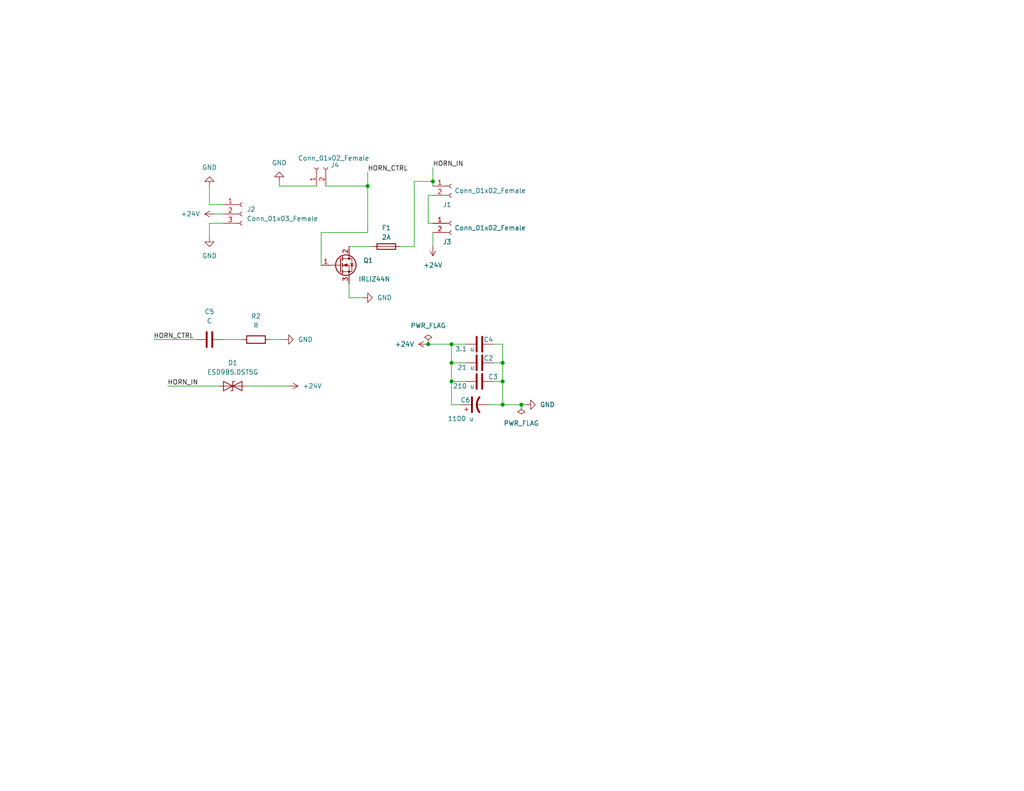
<source format=kicad_sch>
(kicad_sch (version 20230121) (generator eeschema)
  (paper "USLetter")
  (title_block (title "Template") (date "2023-09-26") (rev "0.0") (company "Illini Solar Car") (comment 1 "Designed By: Aryan ohri "))
  (lib_symbols
    (symbol "Connector:Conn_01x02_Female" (pin_names (offset 1.016) hide)
      (property "Reference" "J" (at 0 2.54 0))
      (property "Value" "Conn_01x02_Female" (at 0 -5.08 0))
      (symbol "Conn_01x02_Female_1_1"
        (arc (start 0 -2.032) (mid -0.5058 -2.54) (end 0 -3.048) (stroke (width 0.1524)))
        (polyline (pts (xy -1.27 -2.54) (xy -0.508 -2.54)) (stroke (width 0.1524)))
        (polyline (pts (xy -1.27 0) (xy -0.508 0)) (stroke (width 0.1524)))
        (arc (start 0 0.508) (mid -0.5058 0) (end 0 -0.508) (stroke (width 0.1524)))
        (pin passive line (at -5.08 0 0) (length 3.81) (name "Pin_1") (number "1"))
        (pin passive line (at -5.08 -2.54 0) (length 3.81) (name "Pin_2") (number "2"))
      )
    )
    (symbol "Connector:Conn_01x03_Female" (pin_names (offset 1.016) hide)
      (property "Reference" "J" (at 0 5.08 0))
      (property "Value" "Conn_01x03_Female" (at 0 -5.08 0))
      (symbol "Conn_01x03_Female_1_1"
        (arc (start 0 -2.032) (mid -0.5058 -2.54) (end 0 -3.048) (stroke (width 0.1524)))
        (polyline (pts (xy -1.27 -2.54) (xy -0.508 -2.54)) (stroke (width 0.1524)))
        (polyline (pts (xy -1.27 0) (xy -0.508 0)) (stroke (width 0.1524)))
        (polyline (pts (xy -1.27 2.54) (xy -0.508 2.54)) (stroke (width 0.1524)))
        (arc (start 0 0.508) (mid -0.5058 0) (end 0 -0.508) (stroke (width 0.1524)))
        (arc (start 0 3.048) (mid -0.5058 2.54) (end 0 2.032) (stroke (width 0.1524)))
        (pin passive line (at -5.08 2.54 0) (length 3.81) (name "Pin_1") (number "1"))
        (pin passive line (at -5.08 0 0) (length 3.81) (name "Pin_2") (number "2"))
        (pin passive line (at -5.08 -2.54 0) (length 3.81) (name "Pin_3") (number "3"))
      )
    )
    (symbol "Device:C" (pin_numbers hide) (pin_names (offset 0.254))
      (property "Reference" "C" (at 0.635 2.54 0))
      (property "Value" "C" (at 0.635 -2.54 0))
      (symbol "C_0_1"
        (polyline (pts (xy -2.032 -0.762) (xy 2.032 -0.762)) (stroke (width 0.508)))
        (polyline (pts (xy -2.032 0.762) (xy 2.032 0.762)) (stroke (width 0.508)))
      )
      (symbol "C_1_1"
        (pin passive line (at 0 3.81 270) (length 2.794) (name "~") (number "1"))
        (pin passive line (at 0 -3.81 90) (length 2.794) (name "~") (number "2"))
      )
    )
    (symbol "Diode:ESD9B5.0ST5G" (pin_numbers hide) (pin_names (offset 1.016) hide)
      (property "Reference" "D" (at 0 2.54 0))
      (property "Value" "ESD9B5.0ST5G" (at 0 -2.54 0))
      (symbol "ESD9B5.0ST5G_0_1"
        (polyline (pts (xy 1.27 0) (xy -1.27 0)))
        (polyline (pts (xy -2.54 -1.27) (xy 0 0) (xy -2.54 1.27) (xy -2.54 -1.27)) (stroke (width 0.2032)))
        (polyline (pts (xy 0.508 1.27) (xy 0 1.27) (xy 0 -1.27) (xy -0.508 -1.27)) (stroke (width 0.2032)))
        (polyline (pts (xy 2.54 1.27) (xy 2.54 -1.27) (xy 0 0) (xy 2.54 1.27)) (stroke (width 0.2032)))
      )
      (symbol "ESD9B5.0ST5G_1_1"
        (pin passive line (at -3.81 0 0) (length 2.54) (name "A1") (number "1"))
        (pin passive line (at 3.81 0 180) (length 2.54) (name "A2") (number "2"))
      )
    )
    (symbol "Transistor_FET:IRLIZ44N" (pin_names hide)
      (property "Reference" "Q" (at 6.35 1.905 0))
      (property "Value" "IRLIZ44N" (at 6.35 0 0))
      (symbol "IRLIZ44N_0_1"
        (polyline (pts (xy 0.254 0) (xy -2.54 0)))
        (polyline (pts (xy 0.254 1.905) (xy 0.254 -1.905)) (stroke (width 0.254)))
        (polyline (pts (xy 0.762 -1.27) (xy 0.762 -2.286)) (stroke (width 0.254)))
        (polyline (pts (xy 0.762 0.508) (xy 0.762 -0.508)) (stroke (width 0.254)))
        (polyline (pts (xy 0.762 2.286) (xy 0.762 1.27)) (stroke (width 0.254)))
        (polyline (pts (xy 2.54 2.54) (xy 2.54 1.778)))
        (polyline (pts (xy 2.54 -2.54) (xy 2.54 0) (xy 0.762 0)))
        (polyline (pts (xy 0.762 -1.778) (xy 3.302 -1.778) (xy 3.302 1.778) (xy 0.762 1.778)))
        (polyline (pts (xy 1.016 0) (xy 2.032 0.381) (xy 2.032 -0.381) (xy 1.016 0)) (fill (type outline)))
        (polyline (pts (xy 2.794 0.508) (xy 2.921 0.381) (xy 3.683 0.381) (xy 3.81 0.254)))
        (polyline (pts (xy 3.302 0.381) (xy 2.921 -0.254) (xy 3.683 -0.254) (xy 3.302 0.381)))
        (circle (center 1.651 0) (radius 2.794) (stroke (width 0.254)))
        (circle (center 2.54 -1.778) (radius 0.254) (fill (type outline)))
        (circle (center 2.54 1.778) (radius 0.254) (fill (type outline)))
      )
      (symbol "IRLIZ44N_1_1"
        (pin input line (at -5.08 0 0) (length 2.54) (name "G") (number "1"))
        (pin passive line (at 2.54 5.08 270) (length 2.54) (name "D") (number "2"))
        (pin passive line (at 2.54 -5.08 90) (length 2.54) (name "S") (number "3"))
      )
    )
    (symbol "device:C_Polarized_US" (pin_numbers hide) (pin_names (offset 0.254) hide)
      (property "Reference" "C" (at 0.635 2.54 0))
      (property "Value" "C_Polarized_US" (at 0.635 -2.54 0))
      (symbol "C_Polarized_US_0_1"
        (polyline (pts (xy -2.032 0.762) (xy 2.032 0.762)) (stroke (width 0.508)))
        (polyline (pts (xy -1.778 2.286) (xy -0.762 2.286)))
        (polyline (pts (xy -1.27 1.778) (xy -1.27 2.794)))
        (arc (start 2.032 -1.27) (mid 0 -0.5572) (end -2.032 -1.27) (stroke (width 0.508)))
      )
      (symbol "C_Polarized_US_1_1"
        (pin passive line (at 0 3.81 270) (length 2.794) (name "~") (number "1"))
        (pin passive line (at 0 -3.81 90) (length 3.302) (name "~") (number "2"))
      )
    )
    (symbol "device:Fuse" (pin_numbers hide) (pin_names (offset 0))
      (property "Reference" "F" (at 2.032 0 90))
      (property "Value" "Fuse" (at -1.905 0 90))
      (symbol "Fuse_0_1"
        (rectangle (start -0.762 -2.54) (end 0.762 2.54) (stroke (width 0.254)))
        (polyline (pts (xy 0 2.54) (xy 0 -2.54)))
      )
      (symbol "Fuse_1_1"
        (pin passive line (at 0 3.81 270) (length 1.27) (name "~") (number "1"))
        (pin passive line (at 0 -3.81 90) (length 1.27) (name "~") (number "2"))
      )
    )
    (symbol "device:R" (pin_numbers hide) (pin_names (offset 0))
      (property "Reference" "R" (at 2.032 0 90))
      (property "Value" "R" (at 0 0 90))
      (symbol "R_0_1"
        (rectangle (start -1.016 -2.54) (end 1.016 2.54) (stroke (width 0.254)))
      )
      (symbol "R_1_1"
        (pin passive line (at 0 3.81 270) (length 1.27) (name "~") (number "1"))
        (pin passive line (at 0 -3.81 90) (length 1.27) (name "~") (number "2"))
      )
    )
    (symbol "power:+24V" (power) (pin_names (offset 0))
      (property "Value" "+24V" (at 0 3.556 0))
      (symbol "+24V_0_1"
        (polyline (pts (xy -0.762 1.27) (xy 0 2.54)))
        (polyline (pts (xy 0 0) (xy 0 2.54)))
        (polyline (pts (xy 0 2.54) (xy 0.762 1.27)))
      )
      (symbol "+24V_1_1"
        (pin power_in line (at 0 0 90) (length 0) hide (name "+24V") (number "1"))
      )
    )
    (symbol "power:GND" (power) (pin_names (offset 0))
      (property "Value" "GND" (at 0 -3.81 0))
      (symbol "GND_0_1"
        (polyline (pts (xy 0 0) (xy 0 -1.27) (xy 1.27 -1.27) (xy 0 -2.54) (xy -1.27 -1.27) (xy 0 -1.27)))
      )
      (symbol "GND_1_1"
        (pin power_in line (at 0 0 270) (length 0) hide (name "GND") (number "1"))
      )
    )
    (symbol "power:PWR_FLAG" (power) (pin_numbers hide) (pin_names (offset 0) hide)
      (property "Value" "PWR_FLAG" (at 0 3.81 0))
      (symbol "PWR_FLAG_0_0"
        (pin power_out line (at 0 0 90) (length 0) (name "pwr") (number "1"))
      )
      (symbol "PWR_FLAG_0_1"
        (polyline (pts (xy 0 0) (xy 0 1.27) (xy -1.016 1.905) (xy 0 2.54) (xy 1.016 1.905) (xy 0 1.27)))
      )
    )
  )
  (junction (at 123.19 104.14))
  (junction (at 100.33 50.8))
  (junction (at 116.84 93.98))
  (junction (at 118.11 49.53))
  (junction (at 137.16 110.49))
  (junction (at 137.16 99.06))
  (junction (at 123.19 99.06))
  (junction (at 123.19 93.98))
  (junction (at 142.24 110.49))
  (junction (at 137.16 104.14))
  (wire (pts (xy 113.03 49.53) (xy 118.11 49.53)))
  (wire (pts (xy 123.19 104.14) (xy 123.19 110.49)))
  (wire (pts (xy 137.16 99.06) (xy 137.16 104.14)))
  (wire (pts (xy 133.35 110.49) (xy 137.16 110.49)))
  (wire (pts (xy 127 104.14) (xy 123.19 104.14)))
  (wire (pts (xy 125.73 110.49) (xy 123.19 110.49)))
  (wire (pts (xy 109.22 67.31) (xy 113.03 67.31)))
  (wire (pts (xy 73.66 92.71) (xy 77.47 92.71)))
  (wire (pts (xy 95.25 67.31) (xy 101.6 67.31)))
  (wire (pts (xy 134.62 93.98) (xy 137.16 93.98)))
  (wire (pts (xy 86.36 50.8) (xy 76.2 50.8)))
  (wire (pts (xy 95.25 81.28) (xy 99.06 81.28)))
  (wire (pts (xy 123.19 99.06) (xy 123.19 104.14)))
  (wire (pts (xy 134.62 104.14) (xy 137.16 104.14)))
  (wire (pts (xy 134.62 99.06) (xy 137.16 99.06)))
  (wire (pts (xy 95.25 77.47) (xy 95.25 81.28)))
  (wire (pts (xy 87.63 63.5) (xy 100.33 63.5)))
  (wire (pts (xy 137.16 93.98) (xy 137.16 99.06)))
  (wire (pts (xy 100.33 46.99) (xy 100.33 50.8)))
  (wire (pts (xy 100.33 50.8) (xy 100.33 63.5)))
  (wire (pts (xy 137.16 104.14) (xy 137.16 110.49)))
  (wire (pts (xy 118.11 53.34) (xy 116.84 53.34)))
  (wire (pts (xy 123.19 93.98) (xy 123.19 99.06)))
  (wire (pts (xy 57.15 55.88) (xy 57.15 50.8)))
  (wire (pts (xy 116.84 60.96) (xy 118.11 60.96)))
  (wire (pts (xy 41.91 92.71) (xy 53.34 92.71)))
  (wire (pts (xy 76.2 49.53) (xy 76.2 50.8)))
  (wire (pts (xy 113.03 67.31) (xy 113.03 49.53)))
  (wire (pts (xy 57.15 55.88) (xy 60.96 55.88)))
  (wire (pts (xy 87.63 63.5) (xy 87.63 72.39)))
  (wire (pts (xy 123.19 99.06) (xy 127 99.06)))
  (wire (pts (xy 57.15 60.96) (xy 57.15 64.77)))
  (wire (pts (xy 118.11 63.5) (xy 118.11 67.31)))
  (wire (pts (xy 58.42 58.42) (xy 60.96 58.42)))
  (wire (pts (xy 116.84 53.34) (xy 116.84 60.96)))
  (wire (pts (xy 118.11 49.53) (xy 118.11 50.8)))
  (wire (pts (xy 45.72 105.41) (xy 59.69 105.41)))
  (wire (pts (xy 116.84 93.98) (xy 123.19 93.98)))
  (wire (pts (xy 142.24 110.49) (xy 143.51 110.49)))
  (wire (pts (xy 57.15 60.96) (xy 60.96 60.96)))
  (wire (pts (xy 60.96 92.71) (xy 66.04 92.71)))
  (wire (pts (xy 137.16 110.49) (xy 142.24 110.49)))
  (wire (pts (xy 67.31 105.41) (xy 78.74 105.41)))
  (wire (pts (xy 88.9 50.8) (xy 100.33 50.8)))
  (wire (pts (xy 118.11 45.72) (xy 118.11 49.53)))
  (wire (pts (xy 127 93.98) (xy 123.19 93.98)))
  (label "HORN_IN" (at 45.72 105.41 0))
  (label "HORN_CTRL" (at 100.33 46.99 0))
  (label "HORN_CTRL" (at 41.91 92.71 0))
  (label "HORN_IN" (at 118.11 45.72 0))
  (symbol (lib_id "device:R") (at 69.85 92.71 90) (unit 1)
    (property "Reference" "R2" (at 69.85 86.36 90))
    (property "Value" "R" (at 69.85 88.9 90))
    (property "Footprint" "Resistor_SMD:R_1206_3216Metric" (effects hide))
  )
  (symbol (lib_id "power:GND") (at 99.06 81.28 90) (unit 1)
    (property "Reference" "#PWR05" (effects hide))
    (property "Value" "GND" (at 102.87 81.28 90) (effects (justify right)))
  )
  (symbol (lib_id "Connector:Conn_01x02_Female") (at 123.19 60.96 0) (unit 1)
    (property "Reference" "J3" (at 123.19 66.04 0) (effects (justify right)))
    (property "Value" "Conn_01x02_Female" (at 143.51 62.23 0) (effects (justify right)))
    (property "Footprint" "Connector_PinSocket_2.54mm:PinSocket_1x02_P2.54mm_Vertical" (effects hide))
  )
  (symbol (lib_id "device:Fuse") (at 105.41 67.31 90) (unit 1)
    (property "Reference" "F1" (at 105.41 62.23 90))
    (property "Value" "2A" (at 105.41 64.77 90))
    (property "Footprint" "Fuse:Fuse_1206_3216Metric" (effects hide))
  )
  (symbol (lib_id "power:PWR_FLAG") (at 142.24 110.49 180) (unit 1)
    (property "Reference" "#FLG01" (effects hide))
    (property "Value" "PWR_FLAG" (at 142.24 115.57 0))
  )
  (symbol (lib_id "Device:C") (at 130.81 104.14 90) (unit 1)
    (property "Reference" "C3" (at 135.89 102.87 90) (effects (justify left)))
    (property "Value" "210 u" (at 129.54 105.41 90) (effects (justify left)))
    (property "Footprint" "Capacitor_SMD:C_1206_3216Metric" (effects hide))
  )
  (symbol (lib_id "power:GND") (at 76.2 49.53 180) (unit 1)
    (property "Reference" "#PWR06" (effects hide))
    (property "Value" "GND" (at 76.2 44.45 0))
  )
  (symbol (lib_id "power:PWR_FLAG") (at 116.84 93.98 0) (unit 1)
    (property "Reference" "#FLG02" (effects hide))
    (property "Value" "PWR_FLAG" (at 116.84 88.9 0))
  )
  (symbol (lib_id "Connector:Conn_01x03_Female") (at 66.04 58.42 0) (unit 1)
    (property "Reference" "J2" (at 67.31 57.15 0) (effects (justify left)))
    (property "Value" "Conn_01x03_Female" (at 67.31 59.69 0) (effects (justify left)))
    (property "Footprint" "Connector_PinSocket_2.54mm:PinSocket_1x03_P2.54mm_Vertical" (effects hide))
  )
  (symbol (lib_id "power:GND") (at 57.15 64.77 0) (unit 1)
    (property "Reference" "#PWR02" (effects hide))
    (property "Value" "GND" (at 57.15 69.85 0))
  )
  (symbol (lib_id "power:GND") (at 77.47 92.71 90) (unit 1)
    (property "Reference" "#PWR09" (effects hide))
    (property "Value" "GND" (at 81.28 92.71 90) (effects (justify right)))
  )
  (symbol (lib_id "power:GND") (at 57.15 50.8 180) (unit 1)
    (property "Reference" "#PWR03" (effects hide))
    (property "Value" "GND" (at 57.15 45.72 0))
  )
  (symbol (lib_id "Device:C") (at 57.15 92.71 90) (unit 1)
    (property "Reference" "C5" (at 57.15 85.09 90))
    (property "Value" "C" (at 57.15 87.63 90))
    (property "Footprint" "Capacitor_SMD:C_1206_3216Metric" (effects hide))
  )
  (symbol (lib_id "power:GND") (at 143.51 110.49 90) (unit 1)
    (property "Reference" "#PWR08" (effects hide))
    (property "Value" "GND" (at 147.32 110.49 90) (effects (justify right)))
  )
  (symbol (lib_id "Connector:Conn_01x02_Female") (at 123.19 50.8 0) (unit 1)
    (property "Reference" "J1" (at 123.19 55.88 0) (effects (justify right)))
    (property "Value" "Conn_01x02_Female" (at 143.51 52.07 0) (effects (justify right)))
    (property "Footprint" "Connector_PinSocket_2.54mm:PinSocket_1x02_P2.54mm_Vertical" (effects hide))
  )
  (symbol (lib_id "power:+24V") (at 116.84 93.98 90) (unit 1)
    (property "Reference" "#PWR07" (effects hide))
    (property "Value" "+24V" (at 113.03 93.98 90) (effects (justify left)))
  )
  (symbol (lib_id "Diode:ESD9B5.0ST5G") (at 63.5 105.41 0) (unit 1)
    (property "Reference" "D1" (at 63.5 99.06 0))
    (property "Value" "ESD9B5.0ST5G" (at 63.5 101.6 0))
    (property "Footprint" "Diode_SMD:D_SOD-923" (effects hide))
    (property "Datasheet" "https://www.onsemi.com/pub/Collateral/ESD9B-D.PDF" (effects hide))
  )
  (symbol (lib_id "power:+24V") (at 78.74 105.41 270) (unit 1)
    (property "Reference" "#PWR010" (effects hide))
    (property "Value" "+24V" (at 82.55 105.41 90) (effects (justify left)))
  )
  (symbol (lib_id "power:+24V") (at 58.42 58.42 90) (unit 1)
    (property "Reference" "#PWR01" (effects hide))
    (property "Value" "+24V" (at 54.61 58.42 90) (effects (justify left)))
  )
  (symbol (lib_id "Device:C") (at 130.81 99.06 90) (unit 1)
    (property "Reference" "C2" (at 134.62 97.79 90) (effects (justify left)))
    (property "Value" "21 u" (at 129.54 100.33 90) (effects (justify left)))
    (property "Footprint" "Capacitor_SMD:C_1206_3216Metric" (effects hide))
  )
  (symbol (lib_id "device:C_Polarized_US") (at 129.54 110.49 90) (unit 1)
    (property "Reference" "C6" (at 127 109.22 90))
    (property "Value" "1100 u" (at 125.73 114.3 90))
    (property "Footprint" "Capacitor_SMD:C_1206_3216Metric" (effects hide))
  )
  (symbol (lib_id "Transistor_FET:IRLIZ44N") (at 92.71 72.39 0) (unit 1)
    (property "Reference" "Q1" (at 99.06 71.12 0) (effects (justify left)))
    (property "Value" "IRLIZ44N" (at 97.79 76.2 0) (effects (justify left)))
    (property "Footprint" "Package_TO_SOT_THT:TO-220F-3_Vertical" (effects hide))
    (property "Datasheet" "http://www.irf.com/product-info/datasheets/data/irliz44n.pdf" (effects hide))
  )
  (symbol (lib_id "Device:C") (at 130.81 93.98 90) (unit 1)
    (property "Reference" "C4" (at 134.62 92.71 90) (effects (justify left)))
    (property "Value" "3.1 u" (at 129.54 95.25 90) (effects (justify left)))
    (property "Footprint" "Capacitor_SMD:C_1206_3216Metric" (effects hide))
  )
  (symbol (lib_id "Connector:Conn_01x02_Female") (at 86.36 45.72 90) (unit 1)
    (property "Reference" "J4" (at 90.17 45.085 90) (effects (justify right)))
    (property "Value" "Conn_01x02_Female" (at 81.28 43.18 90) (effects (justify right)))
    (property "Footprint" "Connector_PinSocket_2.54mm:PinSocket_1x02_P2.54mm_Vertical" (effects hide))
  )
  (symbol (lib_id "power:+24V") (at 118.11 67.31 180) (unit 1)
    (property "Reference" "#PWR04" (effects hide))
    (property "Value" "+24V" (at 118.11 72.39 0))
  )
)
</source>
